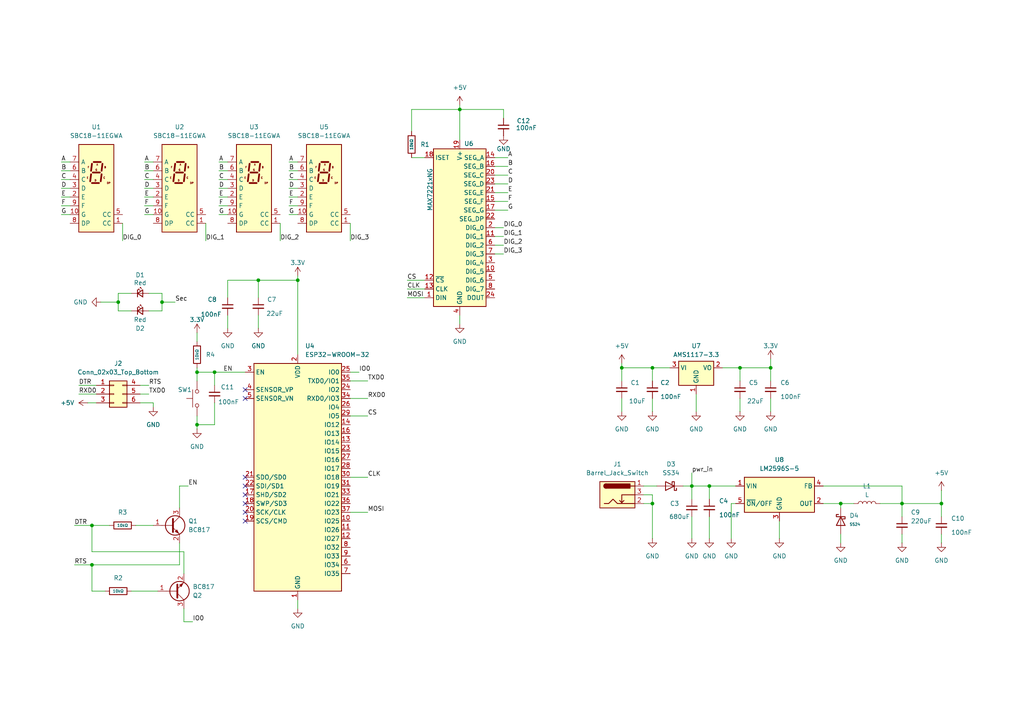
<source format=kicad_sch>
(kicad_sch (version 20250114) (generator "eeschema") (generator_version "9.0")
  (paper "A4")
  (lib_symbols
    (symbol "Connector:Barrel_Jack_Switch" (pin_names (hide yes))
      (property "Reference" "J" (at 0 5.334 0))
      (property "Value" "Barrel_Jack_Switch" (at 0 -5.08 0))
      (symbol "Barrel_Jack_Switch_1_1"
        (pin passive line (at 7.62 2.54 180) (length 2.54) (name "~") (number "1"))
        (pin passive line (at 7.62 0 180) (length 2.54) (name "~") (number "3"))
        (pin passive line (at 7.62 -2.54 180) (length 2.54) (name "~") (number "2"))
      )
    )
    (symbol "Connector_Generic:Conn_02x03_Top_Bottom" (pin_names (offset 1.016) (hide yes))
      (property "Reference" "J" (at 1.27 5.08 0))
      (property "Value" "Conn_02x03_Top_Bottom" (at 1.27 -5.08 0))
      (symbol "Conn_02x03_Top_Bottom_1_1"
        (pin passive line (at -5.08 2.54 0) (length 3.81) (name "Pin_1") (number "1"))
        (pin passive line (at -5.08 0 0) (length 3.81) (name "Pin_2") (number "2"))
        (pin passive line (at -5.08 -2.54 0) (length 3.81) (name "Pin_3") (number "3"))
        (pin passive line (at 7.62 2.54 180) (length 3.81) (name "Pin_4") (number "4"))
        (pin passive line (at 7.62 0 180) (length 3.81) (name "Pin_5") (number "5"))
        (pin passive line (at 7.62 -2.54 180) (length 3.81) (name "Pin_6") (number "6"))
      )
    )
    (symbol "Device:L" (pin_numbers (hide yes)) (pin_names (offset 1.016) (hide yes))
      (property "Reference" "L" (at -1.27 0 90))
      (property "Value" "L" (at 1.905 0 90))
      (symbol "L_1_1"
        (pin passive line (at 0 3.81 270) (length 1.27) (name "1") (number "1"))
        (pin passive line (at 0 -3.81 90) (length 1.27) (name "2") (number "2"))
      )
    )
    (symbol "Diode:SS34" (pin_numbers (hide yes)) (pin_names (offset 1.016) (hide yes))
      (property "Reference" "D" (at 0 2.54 0))
      (property "Value" "SS34" (at 0 -2.54 0))
      (symbol "SS34_1_1"
        (pin passive line (at -3.81 0 0) (length 2.54) (name "K") (number "1"))
        (pin passive line (at 3.81 0 180) (length 2.54) (name "A") (number "2"))
      )
    )
    (symbol "Display_Character:SBC18-11EGWA" (pin_names (offset 0.635))
      (property "Reference" "U" (at -2.54 13.97 0))
      (property "Value" "SBC18-11EGWA" (at -4.826 -14.224 0))
      (symbol "SBC18-11EGWA_0_0"
        (text "E" (at -2.54 3.048 0) (effects (font (size 0.508 0.508))))
        (text "F" (at -2.286 6.096 0) (effects (font (size 0.508 0.508))))
        (text "D" (at -0.254 2.286 0) (effects (font (size 0.508 0.508))))
        (text "G" (at 0 5.334 0) (effects (font (size 0.508 0.508))))
        (text "A" (at 0.254 6.858 0) (effects (font (size 0.508 0.508))))
        (text "C" (at 2.286 3.048 0) (effects (font (size 0.508 0.508))))
        (text "B" (at 2.54 6.096 0) (effects (font (size 0.508 0.508))))
        (text "DP" (at 3.556 1.524 0) (effects (font (size 0.508 0.508))))
      )
      (symbol "SBC18-11EGWA_1_1"
        (pin input line (at -7.62 7.62 0) (length 2.54) (name "A") (number "7"))
        (pin input line (at -7.62 5.08 0) (length 2.54) (name "B") (number "6"))
        (pin input line (at -7.62 2.54 0) (length 2.54) (name "C") (number "4"))
        (pin input line (at -7.62 0 0) (length 2.54) (name "D") (number "3"))
        (pin input line (at -7.62 -2.54 0) (length 2.54) (name "E") (number "2"))
        (pin input line (at -7.62 -5.08 0) (length 2.54) (name "F") (number "9"))
        (pin input line (at -7.62 -7.62 0) (length 2.54) (name "G") (number "10"))
        (pin input line (at -7.62 -10.16 0) (length 2.54) (name "DP") (number "8"))
        (pin input line (at 7.62 -7.62 180) (length 2.54) (name "CC") (number "5"))
        (pin input line (at 7.62 -10.16 180) (length 2.54) (name "CC") (number "1"))
      )
    )
    (symbol "Driver_LED:MAX7221xNG"
      (property "Reference" "U" (at -6.35 24.13 0))
      (property "Value" "MAX7221xNG" (at 1.27 25.4 0))
      (symbol "MAX7221xNG_1_1"
        (pin input line (at -10.16 20.32 0) (length 2.54) (name "ISET") (number "18"))
        (pin input line (at -10.16 -15.24 0) (length 2.54) (name "~{CS}") (number "12"))
        (pin input line (at -10.16 -17.78 0) (length 2.54) (name "CLK") (number "13"))
        (pin input line (at -10.16 -20.32 0) (length 2.54) (name "DIN") (number "1"))
        (pin power_in line (at 0 25.4 270) (length 2.54) (name "V+") (number "19"))
        (pin power_in line (at 0 -25.4 90) (length 2.54) (name "GND") (number "4"))
        (pin passive line (at 0 -25.4 90) (length 2.54) (hide yes) (name "GND") (number "9"))
        (pin open_emitter line (at 10.16 20.32 180) (length 2.54) (name "SEG_A") (number "14"))
        (pin open_emitter line (at 10.16 17.78 180) (length 2.54) (name "SEG_B") (number "16"))
        (pin open_emitter line (at 10.16 15.24 180) (length 2.54) (name "SEG_C") (number "20"))
        (pin open_emitter line (at 10.16 12.7 180) (length 2.54) (name "SEG_D") (number "23"))
        (pin open_emitter line (at 10.16 10.16 180) (length 2.54) (name "SEG_E") (number "21"))
        (pin open_emitter line (at 10.16 7.62 180) (length 2.54) (name "SEG_F") (number "15"))
        (pin open_emitter line (at 10.16 5.08 180) (length 2.54) (name "SEG_G") (number "17"))
        (pin open_emitter line (at 10.16 2.54 180) (length 2.54) (name "SEG_DP") (number "22"))
        (pin open_collector line (at 10.16 0 180) (length 2.54) (name "DIG_0") (number "2"))
        (pin open_collector line (at 10.16 -2.54 180) (length 2.54) (name "DIG_1") (number "11"))
        (pin open_collector line (at 10.16 -5.08 180) (length 2.54) (name "DIG_2") (number "6"))
        (pin open_collector line (at 10.16 -7.62 180) (length 2.54) (name "DIG_3") (number "7"))
        (pin open_collector line (at 10.16 -10.16 180) (length 2.54) (name "DIG_4") (number "3"))
        (pin open_collector line (at 10.16 -12.7 180) (length 2.54) (name "DIG_5") (number "10"))
        (pin open_collector line (at 10.16 -15.24 180) (length 2.54) (name "DIG_6") (number "5"))
        (pin open_collector line (at 10.16 -17.78 180) (length 2.54) (name "DIG_7") (number "8"))
        (pin output line (at 10.16 -20.32 180) (length 2.54) (name "DOUT") (number "24"))
      )
    )
    (symbol "PCM_JLCPCB-Diodes:Schottky,SS24" (pin_numbers (hide yes)) (pin_names (offset 0))
      (property "Reference" "D" (at 2.032 0.834 0))
      (property "Value" "SS24" (at 2.032 -1.2122 0))
      (symbol "Schottky,SS24_1_1"
        (pin passive line (at 0 3.81 270) (length 3.81) (name "~") (number "2"))
        (pin passive line (at 0 -3.81 90) (length 3.81) (name "~") (number "1"))
      )
    )
    (symbol "PCM_JLCPCB-Resistors:0805,10kΩ" (pin_numbers (hide yes)) (pin_names (offset 0))
      (property "Reference" "R" (at 1.778 0 0))
      (property "Value" "10kΩ" (at 0 0 90))
      (symbol "0805,10kΩ_1_1"
        (pin passive line (at 0 3.81 270) (length 1.27) (name "~") (number "1"))
        (pin passive line (at 0 -3.81 90) (length 1.27) (name "~") (number "2"))
      )
    )
    (symbol "RF_Module:ESP32-WROOM-32"
      (property "Reference" "U" (at -12.7 34.29 0))
      (property "Value" "ESP32-WROOM-32" (at 1.27 34.29 0))
      (symbol "ESP32-WROOM-32_1_1"
        (pin input line (at -15.24 30.48 0) (length 2.54) (name "EN") (number "3"))
        (pin input line (at -15.24 25.4 0) (length 2.54) (name "SENSOR_VP") (number "4"))
        (pin input line (at -15.24 22.86 0) (length 2.54) (name "SENSOR_VN") (number "5"))
        (pin bidirectional line (at -15.24 0 0) (length 2.54) (name "SDO/SD0") (number "21"))
        (pin bidirectional line (at -15.24 -2.54 0) (length 2.54) (name "SDI/SD1") (number "22"))
        (pin bidirectional line (at -15.24 -5.08 0) (length 2.54) (name "SHD/SD2") (number "17"))
        (pin bidirectional line (at -15.24 -7.62 0) (length 2.54) (name "SWP/SD3") (number "18"))
        (pin bidirectional line (at -15.24 -10.16 0) (length 2.54) (name "SCK/CLK") (number "20"))
        (pin bidirectional line (at -15.24 -12.7 0) (length 2.54) (name "SCS/CMD") (number "19"))
        (pin no_connect line (at -12.7 -27.94 0) (length 2.54) (hide yes) (name "NC") (number "32"))
        (pin power_in line (at 0 35.56 270) (length 2.54) (name "VDD") (number "2"))
        (pin power_in line (at 0 -35.56 90) (length 2.54) (name "GND") (number "1"))
        (pin passive line (at 0 -35.56 90) (length 2.54) (hide yes) (name "GND") (number "15"))
        (pin passive line (at 0 -35.56 90) (length 2.54) (hide yes) (name "GND") (number "38"))
        (pin passive line (at 0 -35.56 90) (length 2.54) (hide yes) (name "GND") (number "39"))
        (pin bidirectional line (at 15.24 30.48 180) (length 2.54) (name "IO0") (number "25"))
        (pin bidirectional line (at 15.24 27.94 180) (length 2.54) (name "TXD0/IO1") (number "35"))
        (pin bidirectional line (at 15.24 25.4 180) (length 2.54) (name "IO2") (number "24"))
        (pin bidirectional line (at 15.24 22.86 180) (length 2.54) (name "RXD0/IO3") (number "34"))
        (pin bidirectional line (at 15.24 20.32 180) (length 2.54) (name "IO4") (number "26"))
        (pin bidirectional line (at 15.24 17.78 180) (length 2.54) (name "IO5") (number "29"))
        (pin bidirectional line (at 15.24 15.24 180) (length 2.54) (name "IO12") (number "14"))
        (pin bidirectional line (at 15.24 12.7 180) (length 2.54) (name "IO13") (number "16"))
        (pin bidirectional line (at 15.24 10.16 180) (length 2.54) (name "IO14") (number "13"))
        (pin bidirectional line (at 15.24 7.62 180) (length 2.54) (name "IO15") (number "23"))
        (pin bidirectional line (at 15.24 5.08 180) (length 2.54) (name "IO16") (number "27"))
        (pin bidirectional line (at 15.24 2.54 180) (length 2.54) (name "IO17") (number "28"))
        (pin bidirectional line (at 15.24 0 180) (length 2.54) (name "IO18") (number "30"))
        (pin bidirectional line (at 15.24 -2.54 180) (length 2.54) (name "IO19") (number "31"))
        (pin bidirectional line (at 15.24 -5.08 180) (length 2.54) (name "IO21") (number "33"))
        (pin bidirectional line (at 15.24 -7.62 180) (length 2.54) (name "IO22") (number "36"))
        (pin bidirectional line (at 15.24 -10.16 180) (length 2.54) (name "IO23") (number "37"))
        (pin bidirectional line (at 15.24 -12.7 180) (length 2.54) (name "IO25") (number "10"))
        (pin bidirectional line (at 15.24 -15.24 180) (length 2.54) (name "IO26") (number "11"))
        (pin bidirectional line (at 15.24 -17.78 180) (length 2.54) (name "IO27") (number "12"))
        (pin bidirectional line (at 15.24 -20.32 180) (length 2.54) (name "IO32") (number "8"))
        (pin bidirectional line (at 15.24 -22.86 180) (length 2.54) (name "IO33") (number "9"))
        (pin input line (at 15.24 -25.4 180) (length 2.54) (name "IO34") (number "6"))
        (pin input line (at 15.24 -27.94 180) (length 2.54) (name "IO35") (number "7"))
      )
    )
    (symbol "Regulator_Linear:AMS1117-3.3"
      (property "Reference" "U" (at -3.81 3.175 0))
      (property "Value" "AMS1117-3.3" (at 0 3.175 0))
      (symbol "AMS1117-3.3_1_1"
        (pin power_in line (at -7.62 0 0) (length 2.54) (name "VI") (number "3"))
        (pin power_in line (at 0 -7.62 90) (length 2.54) (name "GND") (number "1"))
        (pin power_out line (at 7.62 0 180) (length 2.54) (name "VO") (number "2"))
      )
    )
    (symbol "Regulator_Switching:LM2596S-5"
      (property "Reference" "U" (at -10.16 6.35 0))
      (property "Value" "LM2596S-5" (at 0 6.35 0))
      (symbol "LM2596S-5_1_1"
        (pin power_in line (at -12.7 2.54 0) (length 2.54) (name "VIN") (number "1"))
        (pin input line (at -12.7 -2.54 0) (length 2.54) (name "~{ON}/OFF") (number "5"))
        (pin power_in line (at 0 -7.62 90) (length 2.54) (name "GND") (number "3"))
        (pin input line (at 12.7 2.54 180) (length 2.54) (name "FB") (number "4"))
        (pin output line (at 12.7 -2.54 180) (length 2.54) (name "OUT") (number "2"))
      )
    )
    (symbol "SparkFun-Capacitor:C" (pin_numbers (hide yes)) (pin_names (offset 0.254))
      (property "Reference" "C" (at 0.635 2.54 0))
      (property "Value" "C" (at 0.635 -2.54 0))
      (property "Voltage" "1kV" (at 0 -6.35 0))
      (property "Tolerance" "100%" (at 0 -8.89 0))
      (symbol "C_1_1"
        (pin passive line (at 0 2.54 270) (length 2.032) (name "~") (number "1"))
        (pin passive line (at 0 -2.54 90) (length 2.032) (name "~") (number "2"))
      )
    )
    (symbol "SparkFun-LED:LED_Red_0603" (pin_numbers (hide yes)) (pin_names (offset 1.016) (hide yes))
      (property "Reference" "D" (at 0 2.54 0))
      (property "Value" "Red" (at 0 -2.54 0))
      (symbol "LED_Red_0603_1_1"
        (pin passive line (at -2.54 0 0) (length 1.778) (name "K") (number "1"))
        (pin passive line (at 2.54 0 180) (length 1.778) (name "A") (number "2"))
      )
    )
    (symbol "SparkFun-PowerSymbol:3.3V" (power) (pin_names (offset 0))
      (property "Value" "3.3V" (at 0 3.81 0))
      (symbol "3.3V_1_1"
        (pin power_in line (at 0 0 90) (length 0) (hide yes) (name "3.3V") (number "1"))
      )
    )
    (symbol "SparkFun-Switch:SPST_Push_PTH_RA_h7.5mm" (pin_numbers (hide yes)) (pin_names (offset 0) (hide yes))
      (property "Reference" "SW" (at 0 5.08 0))
      (property "Value" "PTH_RA_h7.5mm" (at 0 -2.54 0))
      (symbol "SPST_Push_PTH_RA_h7.5mm_1_1"
        (pin passive line (at -5.08 2.54 0) (length 2.54) (hide yes) (name "M1") (number "M1"))
        (pin passive line (at -5.08 0 0) (length 2.54) (name "1") (number "1"))
        (pin passive line (at 5.08 2.54 180) (length 2.54) (hide yes) (name "M2") (number "M2"))
        (pin passive line (at 5.08 0 180) (length 2.54) (name "2") (number "2"))
      )
    )
    (symbol "Transistor_BJT:BC817" (pin_names (offset 0) (hide yes))
      (property "Reference" "Q" (at 5.08 1.905 0))
      (property "Value" "BC817" (at 5.08 0 0))
      (symbol "BC817_1_1"
        (pin input line (at -5.08 0 0) (length 2.54) (name "B") (number "1"))
        (pin passive line (at 2.54 5.08 270) (length 2.54) (name "C") (number "3"))
        (pin passive line (at 2.54 -5.08 90) (length 2.54) (name "E") (number "2"))
      )
    )
    (symbol "power:+5V" (power) (pin_numbers (hide yes)) (pin_names (offset 0) (hide yes))
      (property "Value" "+5V" (at 0 3.556 0))
      (symbol "+5V_1_1"
        (pin power_in line (at 0 0 90) (length 0) (name "~") (number "1"))
      )
    )
    (symbol "power:GND" (power) (pin_numbers (hide yes)) (pin_names (offset 0) (hide yes))
      (property "Value" "GND" (at 0 -3.81 0))
      (symbol "GND_1_1"
        (pin power_in line (at 0 0 270) (length 0) (name "~") (number "1"))
      )
    )
  )
  (junction (at 223.52 106.68))
  (junction (at 86.36 81.28))
  (junction (at 205.74 140.97))
  (junction (at 189.23 146.05))
  (junction (at 214.63 106.68))
  (junction (at 273.05 146.05))
  (junction (at 189.23 106.68))
  (junction (at 200.66 140.97))
  (junction (at 57.15 107.95))
  (junction (at 62.23 107.95))
  (junction (at 261.62 146.05))
  (junction (at 243.84 146.05))
  (junction (at 74.93 81.28))
  (junction (at 46.99 87.63))
  (junction (at 133.35 31.75))
  (junction (at 57.15 123.19))
  (junction (at 26.67 163.83))
  (junction (at 34.29 87.63))
  (junction (at 180.34 106.68))
  (junction (at 26.67 152.4))
  (no_connect (at 71.12 146.05))
  (no_connect (at 71.12 151.13))
  (no_connect (at 71.12 140.97))
  (no_connect (at 71.12 115.57))
  (no_connect (at 71.12 143.51))
  (no_connect (at 71.12 138.43))
  (no_connect (at 71.12 148.59))
  (no_connect (at 71.12 113.03))
  (wire (pts (xy 26.67 160.02) (xy 53.34 160.02)))
  (wire (pts (xy 21.59 152.4) (xy 26.67 152.4)))
  (wire (pts (xy 143.51 66.04) (xy 146.05 66.04)))
  (wire (pts (xy 198.12 140.97) (xy 200.66 140.97)))
  (wire (pts (xy 261.62 146.05) (xy 273.05 146.05)))
  (wire (pts (xy 53.34 180.34) (xy 55.88 180.34)))
  (wire (pts (xy 243.84 154.94) (xy 243.84 157.48)))
  (wire (pts (xy 209.55 106.68) (xy 214.63 106.68)))
  (wire (pts (xy 273.05 142.24) (xy 273.05 146.05)))
  (wire (pts (xy 83.82 46.99) (xy 86.36 46.99)))
  (wire (pts (xy 143.51 45.72) (xy 147.32 45.72)))
  (wire (pts (xy 74.93 91.44) (xy 74.93 95.25)))
  (wire (pts (xy 83.82 59.69) (xy 86.36 59.69)))
  (wire (pts (xy 83.82 49.53) (xy 86.36 49.53)))
  (wire (pts (xy 53.34 160.02) (xy 53.34 166.37)))
  (wire (pts (xy 59.69 64.77) (xy 59.69 69.85)))
  (wire (pts (xy 44.45 116.84) (xy 40.64 116.84)))
  (wire (pts (xy 21.59 163.83) (xy 26.67 163.83)))
  (wire (pts (xy 205.74 140.97) (xy 205.74 144.78)))
  (wire (pts (xy 62.23 116.84) (xy 62.23 123.19)))
  (wire (pts (xy 46.99 85.09) (xy 46.99 87.63)))
  (wire (pts (xy 26.67 163.83) (xy 52.07 163.83)))
  (wire (pts (xy 63.5 54.61) (xy 66.04 54.61)))
  (wire (pts (xy 57.15 123.19) (xy 62.23 123.19)))
  (wire (pts (xy 189.23 146.05) (xy 189.23 156.21)))
  (wire (pts (xy 41.91 49.53) (xy 44.45 49.53)))
  (wire (pts (xy 66.04 86.36) (xy 66.04 81.28)))
  (wire (pts (xy 17.78 46.99) (xy 20.32 46.99)))
  (wire (pts (xy 30.48 171.45) (xy 26.67 171.45)))
  (wire (pts (xy 143.51 50.8) (xy 147.32 50.8)))
  (wire (pts (xy 194.31 106.68) (xy 189.23 106.68)))
  (wire (pts (xy 238.76 140.97) (xy 261.62 140.97)))
  (wire (pts (xy 200.66 137.16) (xy 200.66 140.97)))
  (wire (pts (xy 201.93 114.3) (xy 201.93 119.38)))
  (wire (pts (xy 223.52 110.49) (xy 223.52 106.68)))
  (wire (pts (xy 35.56 64.77) (xy 35.56 69.85)))
  (wire (pts (xy 17.78 52.07) (xy 20.32 52.07)))
  (wire (pts (xy 34.29 87.63) (xy 34.29 90.17)))
  (wire (pts (xy 261.62 146.05) (xy 261.62 149.86)))
  (wire (pts (xy 143.51 71.12) (xy 146.05 71.12)))
  (wire (pts (xy 63.5 59.69) (xy 66.04 59.69)))
  (wire (pts (xy 57.15 120.65) (xy 57.15 123.19)))
  (wire (pts (xy 205.74 149.86) (xy 205.74 156.21)))
  (wire (pts (xy 46.99 87.63) (xy 50.8 87.63)))
  (wire (pts (xy 186.69 140.97) (xy 190.5 140.97)))
  (wire (pts (xy 273.05 154.94) (xy 273.05 157.48)))
  (wire (pts (xy 63.5 52.07) (xy 66.04 52.07)))
  (wire (pts (xy 52.07 147.32) (xy 52.07 140.97)))
  (wire (pts (xy 17.78 57.15) (xy 20.32 57.15)))
  (wire (pts (xy 66.04 81.28) (xy 74.93 81.28)))
  (wire (pts (xy 62.23 107.95) (xy 71.12 107.95)))
  (wire (pts (xy 86.36 173.99) (xy 86.36 176.53)))
  (wire (pts (xy 57.15 107.95) (xy 62.23 107.95)))
  (wire (pts (xy 214.63 106.68) (xy 223.52 106.68)))
  (wire (pts (xy 261.62 140.97) (xy 261.62 146.05)))
  (wire (pts (xy 101.6 120.65) (xy 106.68 120.65)))
  (wire (pts (xy 22.86 114.3) (xy 27.94 114.3)))
  (wire (pts (xy 57.15 107.95) (xy 57.15 110.49)))
  (wire (pts (xy 143.51 73.66) (xy 146.05 73.66)))
  (wire (pts (xy 200.66 140.97) (xy 205.74 140.97)))
  (wire (pts (xy 57.15 123.19) (xy 57.15 124.46)))
  (wire (pts (xy 34.29 85.09) (xy 34.29 87.63)))
  (wire (pts (xy 17.78 62.23) (xy 20.32 62.23)))
  (wire (pts (xy 186.69 146.05) (xy 189.23 146.05)))
  (wire (pts (xy 26.67 152.4) (xy 26.67 160.02)))
  (wire (pts (xy 25.4 116.84) (xy 27.94 116.84)))
  (wire (pts (xy 41.91 62.23) (xy 44.45 62.23)))
  (wire (pts (xy 63.5 46.99) (xy 66.04 46.99)))
  (wire (pts (xy 62.23 107.95) (xy 62.23 111.76)))
  (wire (pts (xy 57.15 106.68) (xy 57.15 107.95)))
  (wire (pts (xy 66.04 91.44) (xy 66.04 95.25)))
  (wire (pts (xy 133.35 31.75) (xy 119.38 31.75)))
  (wire (pts (xy 17.78 54.61) (xy 20.32 54.61)))
  (wire (pts (xy 86.36 81.28) (xy 86.36 102.87)))
  (wire (pts (xy 17.78 49.53) (xy 20.32 49.53)))
  (wire (pts (xy 133.35 31.75) (xy 146.05 31.75)))
  (wire (pts (xy 214.63 110.49) (xy 214.63 106.68)))
  (wire (pts (xy 41.91 54.61) (xy 44.45 54.61)))
  (wire (pts (xy 118.11 83.82) (xy 123.19 83.82)))
  (wire (pts (xy 46.99 87.63) (xy 46.99 90.17)))
  (wire (pts (xy 22.86 111.76) (xy 27.94 111.76)))
  (wire (pts (xy 143.51 53.34) (xy 147.32 53.34)))
  (wire (pts (xy 34.29 90.17) (xy 38.1 90.17)))
  (wire (pts (xy 74.93 81.28) (xy 86.36 81.28)))
  (wire (pts (xy 101.6 64.77) (xy 101.6 69.85)))
  (wire (pts (xy 189.23 115.57) (xy 189.23 119.38)))
  (wire (pts (xy 86.36 80.01) (xy 86.36 81.28)))
  (wire (pts (xy 273.05 146.05) (xy 273.05 149.86)))
  (wire (pts (xy 101.6 148.59) (xy 106.68 148.59)))
  (wire (pts (xy 226.06 151.13) (xy 226.06 156.21)))
  (wire (pts (xy 118.11 81.28) (xy 123.19 81.28)))
  (wire (pts (xy 40.64 114.3) (xy 43.18 114.3)))
  (wire (pts (xy 143.51 68.58) (xy 146.05 68.58)))
  (wire (pts (xy 119.38 31.75) (xy 119.38 38.1)))
  (wire (pts (xy 180.34 105.41) (xy 180.34 106.68)))
  (wire (pts (xy 38.1 85.09) (xy 34.29 85.09)))
  (wire (pts (xy 43.18 90.17) (xy 46.99 90.17)))
  (wire (pts (xy 83.82 54.61) (xy 86.36 54.61)))
  (wire (pts (xy 52.07 140.97) (xy 54.61 140.97)))
  (wire (pts (xy 63.5 62.23) (xy 66.04 62.23)))
  (wire (pts (xy 143.51 58.42) (xy 147.32 58.42)))
  (wire (pts (xy 214.63 115.57) (xy 214.63 119.38)))
  (wire (pts (xy 189.23 106.68) (xy 189.23 110.49)))
  (wire (pts (xy 238.76 146.05) (xy 243.84 146.05)))
  (wire (pts (xy 243.84 146.05) (xy 247.65 146.05)))
  (wire (pts (xy 243.84 147.32) (xy 243.84 146.05)))
  (wire (pts (xy 44.45 118.11) (xy 44.45 116.84)))
  (wire (pts (xy 17.78 59.69) (xy 20.32 59.69)))
  (wire (pts (xy 143.51 60.96) (xy 147.32 60.96)))
  (wire (pts (xy 255.27 146.05) (xy 261.62 146.05)))
  (wire (pts (xy 57.15 96.52) (xy 57.15 99.06)))
  (wire (pts (xy 118.11 86.36) (xy 123.19 86.36)))
  (wire (pts (xy 200.66 149.86) (xy 200.66 156.21)))
  (wire (pts (xy 39.37 152.4) (xy 44.45 152.4)))
  (wire (pts (xy 180.34 115.57) (xy 180.34 119.38)))
  (wire (pts (xy 29.21 87.63) (xy 34.29 87.63)))
  (wire (pts (xy 223.52 115.57) (xy 223.52 119.38)))
  (wire (pts (xy 119.38 45.72) (xy 123.19 45.72)))
  (wire (pts (xy 63.5 57.15) (xy 66.04 57.15)))
  (wire (pts (xy 212.09 146.05) (xy 213.36 146.05)))
  (wire (pts (xy 26.67 171.45) (xy 26.67 163.83)))
  (wire (pts (xy 63.5 49.53) (xy 66.04 49.53)))
  (wire (pts (xy 133.35 30.48) (xy 133.35 31.75)))
  (wire (pts (xy 189.23 143.51) (xy 189.23 146.05)))
  (wire (pts (xy 81.28 64.77) (xy 81.28 69.85)))
  (wire (pts (xy 52.07 163.83) (xy 52.07 157.48)))
  (wire (pts (xy 223.52 104.14) (xy 223.52 106.68)))
  (wire (pts (xy 101.6 110.49) (xy 106.68 110.49)))
  (wire (pts (xy 101.6 115.57) (xy 106.68 115.57)))
  (wire (pts (xy 261.62 154.94) (xy 261.62 157.48)))
  (wire (pts (xy 143.51 55.88) (xy 147.32 55.88)))
  (wire (pts (xy 186.69 143.51) (xy 189.23 143.51)))
  (wire (pts (xy 200.66 144.78) (xy 200.66 140.97)))
  (wire (pts (xy 74.93 86.36) (xy 74.93 81.28)))
  (wire (pts (xy 189.23 106.68) (xy 180.34 106.68)))
  (wire (pts (xy 31.75 152.4) (xy 26.67 152.4)))
  (wire (pts (xy 133.35 91.44) (xy 133.35 93.98)))
  (wire (pts (xy 83.82 62.23) (xy 86.36 62.23)))
  (wire (pts (xy 53.34 176.53) (xy 53.34 180.34)))
  (wire (pts (xy 43.18 85.09) (xy 46.99 85.09)))
  (wire (pts (xy 146.05 34.29) (xy 146.05 31.75)))
  (wire (pts (xy 133.35 31.75) (xy 133.35 40.64)))
  (wire (pts (xy 143.51 48.26) (xy 147.32 48.26)))
  (wire (pts (xy 83.82 57.15) (xy 86.36 57.15)))
  (wire (pts (xy 101.6 107.95) (xy 104.14 107.95)))
  (wire (pts (xy 41.91 59.69) (xy 44.45 59.69)))
  (wire (pts (xy 205.74 140.97) (xy 213.36 140.97)))
  (wire (pts (xy 41.91 52.07) (xy 44.45 52.07)))
  (wire (pts (xy 40.64 111.76) (xy 43.18 111.76)))
  (wire (pts (xy 41.91 57.15) (xy 44.45 57.15)))
  (wire (pts (xy 83.82 52.07) (xy 86.36 52.07)))
  (wire (pts (xy 212.09 156.21) (xy 212.09 146.05)))
  (wire (pts (xy 41.91 46.99) (xy 44.45 46.99)))
  (wire (pts (xy 180.34 106.68) (xy 180.34 110.49)))
  (wire (pts (xy 38.1 171.45) (xy 45.72 171.45)))
  (wire (pts (xy 101.6 138.43) (xy 106.68 138.43)))
  (label "DIG_3" (at 101.6 69.85 0))
  (label "D" (at 83.82 54.61 0))
  (label "DIG_0" (at 146.05 66.04 0))
  (label "RTS" (at 43.18 111.76 0))
  (label "F" (at 83.82 59.69 0))
  (label "MOSI" (at 118.11 86.36 0))
  (label "C" (at 41.91 52.07 0))
  (label "D" (at 63.5 54.61 0))
  (label "E" (at 83.82 57.15 0))
  (label "CLK" (at 106.68 138.43 0))
  (label "D" (at 147.32 53.34 0))
  (label "IO0" (at 104.14 107.95 0))
  (label "B" (at 147.32 48.26 0))
  (label "F" (at 17.78 59.69 0))
  (label "DTR" (at 21.59 152.4 0))
  (label "CS" (at 118.11 81.28 0))
  (label "TXD0" (at 43.18 114.3 0))
  (label "DIG_3" (at 146.05 73.66 0))
  (label "G" (at 147.32 60.96 0))
  (label "G" (at 63.5 62.23 0))
  (label "MOSI" (at 106.68 148.59 0))
  (label "A" (at 147.32 45.72 0))
  (label "DIG_2" (at 81.28 69.85 0))
  (label "DIG_1" (at 59.69 69.85 0))
  (label "G" (at 41.91 62.23 0))
  (label "D" (at 17.78 54.61 0))
  (label "CS" (at 106.68 120.65 0))
  (label "G" (at 83.82 62.23 0))
  (label "TXD0" (at 106.68 110.49 0))
  (label "C" (at 63.5 52.07 0))
  (label "RTS" (at 21.59 163.83 0))
  (label "DIG_0" (at 35.56 69.85 0))
  (label "E" (at 63.5 57.15 0))
  (label "C" (at 147.32 50.8 0))
  (label "C" (at 83.82 52.07 0))
  (label "RXD0" (at 22.86 114.3 0))
  (label "DIG_2" (at 146.05 71.12 0))
  (label "CLK" (at 118.11 83.82 0))
  (label "pwr_in" (at 200.66 137.16 0))
  (label "E" (at 17.78 57.15 0))
  (label "F" (at 63.5 59.69 0))
  (label "RXD0" (at 106.68 115.57 0))
  (label "F" (at 147.32 58.42 0))
  (label "EN" (at 54.61 140.97 0))
  (label "G" (at 17.78 62.23 0))
  (label "C" (at 17.78 52.07 0))
  (label "B" (at 83.82 49.53 0))
  (label "B" (at 17.78 49.53 0))
  (label "B" (at 41.91 49.53 0))
  (label "E" (at 147.32 55.88 0))
  (label "DIG_1" (at 146.05 68.58 0))
  (label "DTR" (at 22.86 111.76 0))
  (label "IO0" (at 55.88 180.34 0))
  (label "A" (at 17.78 46.99 0))
  (label "A" (at 83.82 46.99 0))
  (label "B" (at 63.5 49.53 0))
  (label "D" (at 41.91 54.61 0))
  (label "E" (at 41.91 57.15 0))
  (label "EN" (at 64.77 107.95 0))
  (label "F" (at 41.91 59.69 0))
  (label "A" (at 41.91 46.99 0))
  (label "Sec" (at 50.8 87.63 0))
  (label "A" (at 63.5 46.99 0))
  (symbol (lib_id "PCM_JLCPCB-Resistors:0805,10kΩ") (at 119.38 41.91 180) (unit 1)
    (property "Reference" "R1" (at 121.92 41.9099 0) (effects (justify right)))
    (property "Value" "10kΩ" (at 119.38 41.91 90) (effects (font (size 0.8 0.8))))
    (property "Footprint" "PCM_JLCPCB:R_0805" (effects (hide yes)))
    (property "Datasheet" "https://www.lcsc.com/datasheet/lcsc_datasheet_2411221126_UNI-ROYAL-Uniroyal-Elec-0805W8F1002T5E_C17414.pdf" (effects (hide yes)))
    (property "Description" "125mW Thick Film Resistors 150V ±100ppm/°C ±1% 10kΩ 0805 Chip Resistor - Surface Mount ROHS" (effects (hide yes)))
    (property "LCSC" "C17414" (effects (hide yes)))
    (property "Stock" "22758958" (effects (hide yes)))
    (property "Price" "0.005USD" (effects (hide yes)))
    (property "Process" "SMT" (effects (hide yes)))
    (property "Minimum Qty" "20" (effects (hide yes)))
    (property "Attrition Qty" "10" (effects (hide yes)))
    (property "Class" "Basic Component" (effects (hide yes)))
    (property "Category" "Resistors,Chip Resistor - Surface Mount" (effects (hide yes)))
    (property "Manufacturer" "UNI-ROYAL(Uniroyal Elec)" (effects (hide yes)))
    (property "Part" "0805W8F1002T5E" (effects (hide yes)))
    (property "Resistance" "10kΩ" (effects (hide yes)))
    (property "Power(Watts)" "125mW" (effects (hide yes)))
    (property "Type" "Thick Film Resistors" (effects (hide yes)))
    (property "Overload Voltage (Max)" "150V" (effects (hide yes)))
    (property "Operating Temperature Range" "-55°C~+155°C" (effects (hide yes)))
    (property "Tolerance" "±1%" (effects (hide yes)))
    (property "Temperature Coefficient" "±100ppm/°C" (effects (hide yes)))
  )
  (symbol (lib_id "Diode:SS34") (at 194.31 140.97 180) (unit 1)
    (property "Reference" "D3" (at 194.6275 134.62 0))
    (property "Value" "SS34" (at 194.6275 137.16 0))
    (property "Footprint" "Diode_SMD:D_SMA" (effects (hide yes)))
    (property "Datasheet" "https://www.vishay.com/docs/88751/ss32.pdf" (effects (hide yes)))
    (property "Description" "40V 3A Schottky Diode, SMA" (effects (hide yes)))
  )
  (symbol (lib_id "power:GND") (at 29.21 87.63 270) (unit 1)
    (property "Reference" "#PWR01" (effects (hide yes)))
    (property "Value" "GND" (at 25.4 87.6299 90) (effects (justify right)))
    (property "Description" "Power symbol creates a global label with name \"GND\" , ground" (effects (hide yes)))
  )
  (symbol (lib_id "power:GND") (at 205.74 156.21 0) (unit 1)
    (property "Reference" "#PWR010" (effects (hide yes)))
    (property "Value" "GND" (at 205.74 161.29 0))
    (property "Description" "Power symbol creates a global label with name \"GND\" , ground" (effects (hide yes)))
  )
  (symbol (lib_id "power:GND") (at 86.36 176.53 0) (unit 1)
    (property "Reference" "#PWR024" (effects (hide yes)))
    (property "Value" "GND" (at 86.36 181.61 0))
    (property "Description" "Power symbol creates a global label with name \"GND\" , ground" (effects (hide yes)))
  )
  (symbol (lib_id "power:+5V") (at 273.05 142.24 0) (unit 1)
    (property "Reference" "#PWR021" (effects (hide yes)))
    (property "Value" "+5V" (at 273.05 137.16 0))
    (property "Description" "Power symbol creates a global label with name \"+5V\"" (effects (hide yes)))
  )
  (symbol (lib_id "Display_Character:SBC18-11EGWA") (at 52.07 54.61 0) (unit 1)
    (property "Reference" "U2" (at 52.07 36.83 0))
    (property "Value" "SBC18-11EGWA" (at 52.07 39.37 0))
    (property "Footprint" "Display_7Segment:SBC18-11SURKCGKWA" (effects (hide yes)))
    (property "Datasheet" "http://www.kingbrightusa.com/images/catalog/SPEC/SBC18-11EGWA.pdf" (effects (hide yes)))
    (property "Description" "Single digit 7 segment hyper red and green LED display, common cathode" (effects (hide yes)))
  )
  (symbol (lib_id "RF_Module:ESP32-WROOM-32") (at 86.36 138.43 0) (unit 1)
    (property "Reference" "U4" (at 88.5033 100.33 0) (effects (justify left)))
    (property "Value" "ESP32-WROOM-32" (at 88.5033 102.87 0) (effects (justify left)))
    (property "Footprint" "RF_Module:ESP32-WROOM-32" (effects (hide yes)))
    (property "Datasheet" "https://www.espressif.com/sites/default/files/documentation/esp32-wroom-32_datasheet_en.pdf" (effects (hide yes)))
    (property "Description" "RF Module, ESP32-D0WDQ6 SoC, Wi-Fi 802.11b/g/n, Bluetooth, BLE, 32-bit, 2.7-3.6V, onboard antenna, SMD" (effects (hide yes)))
  )
  (symbol (lib_id "power:GND") (at 44.45 118.11 0) (unit 1)
    (property "Reference" "#PWR027" (effects (hide yes)))
    (property "Value" "GND" (at 44.45 123.19 0))
    (property "Description" "Power symbol creates a global label with name \"GND\" , ground" (effects (hide yes)))
  )
  (symbol (lib_id "Device:L") (at 251.46 146.05 90) (unit 1)
    (property "Reference" "L1" (at 251.46 140.97 90))
    (property "Value" "L" (at 251.46 143.51 90))
    (property "Footprint" "Inductor_SMD:L_12x12mm_H8mm" (effects (hide yes)))
    (property "Description" "Inductor" (effects (hide yes)))
  )
  (symbol (lib_id "power:+5V") (at 133.35 30.48 0) (unit 1)
    (property "Reference" "#PWR02" (effects (hide yes)))
    (property "Value" "+5V" (at 133.35 25.4 0))
    (property "Description" "Power symbol creates a global label with name \"+5V\"" (effects (hide yes)))
  )
  (symbol (lib_id "SparkFun-Capacitor:C") (at 146.05 36.83 0) (unit 1)
    (property "Reference" "C12" (at 149.86 35.052 0) (effects (justify left)))
    (property "Value" "100nF" (at 149.606 37.084 0) (effects (justify left)))
    (property "Footprint" "SparkFun-Capacitor:C_0805_2012Metric" (effects (hide yes)))
    (property "Datasheet" "https://cdn.sparkfun.com/assets/8/a/4/a/5/Kemet_Capacitor_Datasheet.pdf" (effects (hide yes)))
    (property "Description" "Unpolarized capacitor" (effects (hide yes)))
    (property "PROD_ID" "CAP-00000" (effects (hide yes)))
    (property "Voltage" "1kV" (effects (hide yes)))
    (property "Tolerance" "100%" (effects (hide yes)))
  )
  (symbol (lib_id "SparkFun-Capacitor:C") (at 261.62 152.4 0) (unit 1)
    (property "Reference" "C9" (at 264.16 148.5962 0) (effects (justify left)))
    (property "Value" "220uF" (at 264.16 151.1362 0) (effects (justify left)))
    (property "Footprint" "Capacitor_THT:C_Radial_D6.3mm_H5.0mm_P2.50mm" (effects (hide yes)))
    (property "Datasheet" "https://cdn.sparkfun.com/assets/8/a/4/a/5/Kemet_Capacitor_Datasheet.pdf" (effects (hide yes)))
    (property "Description" "Unpolarized capacitor" (effects (hide yes)))
    (property "PROD_ID" "CAP-00000" (effects (hide yes)))
    (property "Voltage" "1kV" (effects (hide yes)))
    (property "Tolerance" "100%" (effects (hide yes)))
  )
  (symbol (lib_id "Transistor_BJT:BC817") (at 49.53 152.4 0) (unit 1)
    (property "Reference" "Q1" (at 54.61 151.1299 0) (effects (justify left)))
    (property "Value" "BC817" (at 54.61 153.6699 0) (effects (justify left)))
    (property "Footprint" "Package_TO_SOT_SMD:SOT-23" (effects (hide yes)))
    (property "Datasheet" "https://www.onsemi.com/pub/Collateral/BC818-D.pdf" (effects (hide yes)))
    (property "Description" "0.8A Ic, 45V Vce, NPN Transistor, SOT-23" (effects (hide yes)))
  )
  (symbol (lib_id "power:GND") (at 214.63 119.38 0) (unit 1)
    (property "Reference" "#PWR012" (effects (hide yes)))
    (property "Value" "GND" (at 214.63 124.46 0))
    (property "Description" "Power symbol creates a global label with name \"GND\" , ground" (effects (hide yes)))
  )
  (symbol (lib_id "power:+5V") (at 180.34 105.41 0) (unit 1)
    (property "Reference" "#PWR04" (effects (hide yes)))
    (property "Value" "+5V" (at 180.34 100.33 0))
    (property "Description" "Power symbol creates a global label with name \"+5V\"" (effects (hide yes)))
  )
  (symbol (lib_id "SparkFun-Capacitor:C") (at 273.05 152.4 0) (unit 1)
    (property "Reference" "C10" (at 275.844 150.368 0) (effects (justify left)))
    (property "Value" "100nF" (at 275.844 154.432 0) (effects (justify left)))
    (property "Footprint" "SparkFun-Capacitor:C_0805_2012Metric" (effects (hide yes)))
    (property "Datasheet" "https://cdn.sparkfun.com/assets/8/a/4/a/5/Kemet_Capacitor_Datasheet.pdf" (effects (hide yes)))
    (property "Description" "Unpolarized capacitor" (effects (hide yes)))
    (property "PROD_ID" "CAP-00000" (effects (hide yes)))
    (property "Voltage" "1kV" (effects (hide yes)))
    (property "Tolerance" "100%" (effects (hide yes)))
  )
  (symbol (lib_id "power:GND") (at 226.06 156.21 0) (unit 1)
    (property "Reference" "#PWR014" (effects (hide yes)))
    (property "Value" "GND" (at 226.06 161.29 0))
    (property "Description" "Power symbol creates a global label with name \"GND\" , ground" (effects (hide yes)))
  )
  (symbol (lib_id "SparkFun-Capacitor:C") (at 205.74 147.32 0) (unit 1)
    (property "Reference" "C4" (at 208.534 145.288 0) (effects (justify left)))
    (property "Value" "100nF" (at 208.534 149.352 0) (effects (justify left)))
    (property "Footprint" "SparkFun-Capacitor:C_0805_2012Metric" (effects (hide yes)))
    (property "Datasheet" "https://cdn.sparkfun.com/assets/8/a/4/a/5/Kemet_Capacitor_Datasheet.pdf" (effects (hide yes)))
    (property "Description" "Unpolarized capacitor" (effects (hide yes)))
    (property "PROD_ID" "CAP-00000" (effects (hide yes)))
    (property "Voltage" "1kV" (effects (hide yes)))
    (property "Tolerance" "100%" (effects (hide yes)))
  )
  (symbol (lib_id "PCM_JLCPCB-Resistors:0805,10kΩ") (at 57.15 102.87 180) (unit 1)
    (property "Reference" "R4" (at 59.69 102.8699 0) (effects (justify right)))
    (property "Value" "10kΩ" (at 57.15 102.87 90) (effects (font (size 0.8 0.8))))
    (property "Footprint" "PCM_JLCPCB:R_0805" (effects (hide yes)))
    (property "Datasheet" "https://www.lcsc.com/datasheet/lcsc_datasheet_2411221126_UNI-ROYAL-Uniroyal-Elec-0805W8F1002T5E_C17414.pdf" (effects (hide yes)))
    (property "Description" "125mW Thick Film Resistors 150V ±100ppm/°C ±1% 10kΩ 0805 Chip Resistor - Surface Mount ROHS" (effects (hide yes)))
    (property "LCSC" "C17414" (effects (hide yes)))
    (property "Stock" "22758958" (effects (hide yes)))
    (property "Price" "0.005USD" (effects (hide yes)))
    (property "Process" "SMT" (effects (hide yes)))
    (property "Minimum Qty" "20" (effects (hide yes)))
    (property "Attrition Qty" "10" (effects (hide yes)))
    (property "Class" "Basic Component" (effects (hide yes)))
    (property "Category" "Resistors,Chip Resistor - Surface Mount" (effects (hide yes)))
    (property "Manufacturer" "UNI-ROYAL(Uniroyal Elec)" (effects (hide yes)))
    (property "Part" "0805W8F1002T5E" (effects (hide yes)))
    (property "Resistance" "10kΩ" (effects (hide yes)))
    (property "Power(Watts)" "125mW" (effects (hide yes)))
    (property "Type" "Thick Film Resistors" (effects (hide yes)))
    (property "Overload Voltage (Max)" "150V" (effects (hide yes)))
    (property "Operating Temperature Range" "-55°C~+155°C" (effects (hide yes)))
    (property "Tolerance" "±1%" (effects (hide yes)))
    (property "Temperature Coefficient" "±100ppm/°C" (effects (hide yes)))
  )
  (symbol (lib_id "Connector_Generic:Conn_02x03_Top_Bottom") (at 33.02 114.3 0) (unit 1)
    (property "Reference" "J2" (at 34.29 105.41 0))
    (property "Value" "Conn_02x03_Top_Bottom" (at 34.29 107.95 0))
    (property "Footprint" "Connector_IDC:IDC-Header_2x03_P2.54mm_Horizontal" (effects (hide yes)))
    (property "Description" "Generic connector, double row, 02x03, top/bottom pin numbering scheme (row 1: 1...pins_per_row, row2: pins_per_row+1 ... num_pins), script generated (kicad-library-utils/schlib/autogen/connector/)" (effects (hide yes)))
  )
  (symbol (lib_id "power:GND") (at 243.84 157.48 0) (unit 1)
    (property "Reference" "#PWR019" (effects (hide yes)))
    (property "Value" "GND" (at 243.84 162.56 0))
    (property "Description" "Power symbol creates a global label with name \"GND\" , ground" (effects (hide yes)))
  )
  (symbol (lib_id "SparkFun-PowerSymbol:3.3V") (at 223.52 104.14 0) (unit 1)
    (property "Reference" "#PWR015" (effects (hide yes)))
    (property "Value" "3.3V" (at 223.52 100.33 0))
    (property "Description" "Power symbol creates a global label with name \"3.3V\"" (effects (hide yes)))
  )
  (symbol (lib_id "SparkFun-Switch:SPST_Push_PTH_RA_h7.5mm") (at 57.15 115.57 90) (unit 1)
    (property "Reference" "SW1" (at 51.562 113.03 90) (effects (justify right)))
    (property "Value" "PTH_RA_h7.5mm" (effects (hide yes)))
    (property "Footprint" "SparkFun-Switch:Push_PTH_RA_8-020_h7.5mm" (effects (hide yes)))
    (property "Description" "Single Pole Single Throw (SPST) switch" (effects (hide yes)))
    (property "PROD_ID" "SWCH-13896" (effects (hide yes)))
    (property "Mfg Part#" "8-020 TS H = 7.5mm" (effects (hide yes)))
  )
  (symbol (lib_id "power:GND") (at 66.04 95.25 0) (unit 1)
    (property "Reference" "#PWR018" (effects (hide yes)))
    (property "Value" "GND" (at 66.04 100.33 0))
    (property "Description" "Power symbol creates a global label with name \"GND\" , ground" (effects (hide yes)))
  )
  (symbol (lib_id "power:GND") (at 57.15 124.46 0) (unit 1)
    (property "Reference" "#PWR023" (effects (hide yes)))
    (property "Value" "GND" (at 57.15 129.54 0))
    (property "Description" "Power symbol creates a global label with name \"GND\" , ground" (effects (hide yes)))
  )
  (symbol (lib_id "SparkFun-Capacitor:C") (at 62.23 114.3 0) (unit 1)
    (property "Reference" "C11" (at 64.008 112.268 0) (effects (justify left)))
    (property "Value" "100nF" (at 63.246 116.586 0) (effects (justify left)))
    (property "Footprint" "SparkFun-Capacitor:C_0805_2012Metric" (effects (hide yes)))
    (property "Datasheet" "https://cdn.sparkfun.com/assets/8/a/4/a/5/Kemet_Capacitor_Datasheet.pdf" (effects (hide yes)))
    (property "Description" "Unpolarized capacitor" (effects (hide yes)))
    (property "PROD_ID" "CAP-00000" (effects (hide yes)))
    (property "Voltage" "1kV" (effects (hide yes)))
    (property "Tolerance" "100%" (effects (hide yes)))
  )
  (symbol (lib_id "SparkFun-PowerSymbol:3.3V") (at 86.36 80.01 0) (unit 1)
    (property "Reference" "#PWR016" (effects (hide yes)))
    (property "Value" "3.3V" (at 86.36 76.2 0))
    (property "Description" "Power symbol creates a global label with name \"3.3V\"" (effects (hide yes)))
  )
  (symbol (lib_id "SparkFun-LED:LED_Red_0603") (at 40.64 90.17 0) (unit 1)
    (property "Reference" "D2" (at 40.64 95.25 0))
    (property "Value" "Red" (at 40.64 92.71 0))
    (property "Footprint" "LED_THT:LED_D3.0mm" (effects (hide yes)))
    (property "Datasheet" "https://docs.broadcom.com/docs/AV02-0551EN" (effects (hide yes)))
    (property "Description" "Light emitting diode" (effects (hide yes)))
    (property "PROD_ID" "DIO-17976" (effects (hide yes)))
  )
  (symbol (lib_id "power:GND") (at 261.62 157.48 0) (unit 1)
    (property "Reference" "#PWR020" (effects (hide yes)))
    (property "Value" "GND" (at 261.62 162.56 0))
    (property "Description" "Power symbol creates a global label with name \"GND\" , ground" (effects (hide yes)))
  )
  (symbol (lib_id "SparkFun-PowerSymbol:3.3V") (at 57.15 96.52 0) (unit 1)
    (property "Reference" "#PWR025" (effects (hide yes)))
    (property "Value" "3.3V" (at 57.15 92.71 0))
    (property "Description" "Power symbol creates a global label with name \"3.3V\"" (effects (hide yes)))
  )
  (symbol (lib_id "power:GND") (at 201.93 119.38 0) (unit 1)
    (property "Reference" "#PWR08" (effects (hide yes)))
    (property "Value" "GND" (at 201.93 124.46 0))
    (property "Description" "Power symbol creates a global label with name \"GND\" , ground" (effects (hide yes)))
  )
  (symbol (lib_id "power:GND") (at 180.34 119.38 0) (unit 1)
    (property "Reference" "#PWR05" (effects (hide yes)))
    (property "Value" "GND" (at 180.34 124.46 0))
    (property "Description" "Power symbol creates a global label with name \"GND\" , ground" (effects (hide yes)))
  )
  (symbol (lib_id "SparkFun-Capacitor:C") (at 189.23 113.03 0) (unit 1)
    (property "Reference" "C2" (at 191.516 110.998 0) (effects (justify left)))
    (property "Value" "100nF" (at 191.516 115.062 0) (effects (justify left)))
    (property "Footprint" "SparkFun-Capacitor:C_0805_2012Metric" (effects (hide yes)))
    (property "Datasheet" "https://cdn.sparkfun.com/assets/8/a/4/a/5/Kemet_Capacitor_Datasheet.pdf" (effects (hide yes)))
    (property "Description" "Unpolarized capacitor" (effects (hide yes)))
    (property "PROD_ID" "CAP-00000" (effects (hide yes)))
    (property "Voltage" "1kV" (effects (hide yes)))
    (property "Tolerance" "100%" (effects (hide yes)))
  )
  (symbol (lib_id "power:GND") (at 200.66 156.21 0) (unit 1)
    (property "Reference" "#PWR09" (effects (hide yes)))
    (property "Value" "GND" (at 200.66 161.29 0))
    (property "Description" "Power symbol creates a global label with name \"GND\" , ground" (effects (hide yes)))
  )
  (symbol (lib_id "power:GND") (at 189.23 156.21 0) (unit 1)
    (property "Reference" "#PWR07" (effects (hide yes)))
    (property "Value" "GND" (at 189.23 161.29 0))
    (property "Description" "Power symbol creates a global label with name \"GND\" , ground" (effects (hide yes)))
  )
  (symbol (lib_id "power:GND") (at 146.05 39.37 0) (unit 1)
    (property "Reference" "#PWR028" (effects (hide yes)))
    (property "Value" "GND" (at 146.05 43.18 0))
    (property "Description" "Power symbol creates a global label with name \"GND\" , ground" (effects (hide yes)))
  )
  (symbol (lib_id "Regulator_Switching:LM2596S-5") (at 226.06 143.51 0) (unit 1)
    (property "Reference" "U8" (at 226.06 133.35 0))
    (property "Value" "LM2596S-5" (at 226.06 135.89 0))
    (property "Footprint" "Package_TO_SOT_SMD:TO-263-5_TabPin3" (effects (hide yes)))
    (property "Datasheet" "http://www.ti.com/lit/ds/symlink/lm2596.pdf" (effects (hide yes)))
    (property "Description" "5V 3A Step-Down Voltage Regulator, TO-263" (effects (hide yes)))
  )
  (symbol (lib_id "Driver_LED:MAX7221xNG") (at 133.35 66.04 0) (unit 1)
    (property "Reference" "U6" (at 134.62 41.656 0) (effects (justify left)))
    (property "Value" "MAX7221xNG" (at 124.714 61.214 90) (effects (justify left)))
    (property "Footprint" "Package_DIP:DIP-24_W7.62mm" (effects (hide yes)))
    (property "Datasheet" "https://datasheets.maximintegrated.com/en/ds/MAX7219-MAX7221.pdf" (effects (hide yes)))
    (property "Description" "Serially Interfaced, 8-Digit LED Display Driver, PDIP-24" (effects (hide yes)))
  )
  (symbol (lib_id "SparkFun-Capacitor:C") (at 200.66 147.32 0) (unit 1)
    (property "Reference" "C3" (at 194.31 146.05 0) (effects (justify left)))
    (property "Value" "680uF" (at 194.056 149.86 0) (effects (justify left)))
    (property "Footprint" "Capacitor_THT:C_Radial_D6.3mm_H7.0mm_P2.50mm" (effects (hide yes)))
    (property "Datasheet" "https://cdn.sparkfun.com/assets/8/a/4/a/5/Kemet_Capacitor_Datasheet.pdf" (effects (hide yes)))
    (property "Description" "Unpolarized capacitor" (effects (hide yes)))
    (property "PROD_ID" "CAP-00000" (effects (hide yes)))
    (property "Voltage" "1kV" (effects (hide yes)))
    (property "Tolerance" "100%" (effects (hide yes)))
  )
  (symbol (lib_id "SparkFun-LED:LED_Red_0603") (at 40.64 85.09 0) (unit 1)
    (property "Reference" "D1" (at 40.64 79.756 0))
    (property "Value" "Red" (at 40.64 82.042 0))
    (property "Footprint" "LED_THT:LED_D3.0mm" (effects (hide yes)))
    (property "Datasheet" "https://docs.broadcom.com/docs/AV02-0551EN" (effects (hide yes)))
    (property "Description" "Light emitting diode" (effects (hide yes)))
    (property "PROD_ID" "DIO-17976" (effects (hide yes)))
  )
  (symbol (lib_id "SparkFun-Capacitor:C") (at 223.52 113.03 0) (unit 1)
    (property "Reference" "C6" (at 226.314 110.998 0) (effects (justify left)))
    (property "Value" "100nF" (at 226.314 115.062 0) (effects (justify left)))
    (property "Footprint" "SparkFun-Capacitor:C_0805_2012Metric" (effects (hide yes)))
    (property "Datasheet" "https://cdn.sparkfun.com/assets/8/a/4/a/5/Kemet_Capacitor_Datasheet.pdf" (effects (hide yes)))
    (property "Description" "Unpolarized capacitor" (effects (hide yes)))
    (property "PROD_ID" "CAP-00000" (effects (hide yes)))
    (property "Voltage" "1kV" (effects (hide yes)))
    (property "Tolerance" "100%" (effects (hide yes)))
  )
  (symbol (lib_id "power:+5V") (at 25.4 116.84 90) (unit 1)
    (property "Reference" "#PWR026" (effects (hide yes)))
    (property "Value" "+5V" (at 21.59 116.8399 90) (effects (justify left)))
    (property "Description" "Power symbol creates a global label with name \"+5V\"" (effects (hide yes)))
  )
  (symbol (lib_id "PCM_JLCPCB-Resistors:0805,10kΩ") (at 34.29 171.45 90) (unit 1)
    (property "Reference" "R2" (at 34.29 167.64 90))
    (property "Value" "10kΩ" (at 34.29 171.45 90) (effects (font (size 0.8 0.8))))
    (property "Footprint" "PCM_JLCPCB:R_0805" (effects (hide yes)))
    (property "Datasheet" "https://www.lcsc.com/datasheet/lcsc_datasheet_2411221126_UNI-ROYAL-Uniroyal-Elec-0805W8F1002T5E_C17414.pdf" (effects (hide yes)))
    (property "Description" "125mW Thick Film Resistors 150V ±100ppm/°C ±1% 10kΩ 0805 Chip Resistor - Surface Mount ROHS" (effects (hide yes)))
    (property "LCSC" "C17414" (effects (hide yes)))
    (property "Stock" "22758958" (effects (hide yes)))
    (property "Price" "0.005USD" (effects (hide yes)))
    (property "Process" "SMT" (effects (hide yes)))
    (property "Minimum Qty" "20" (effects (hide yes)))
    (property "Attrition Qty" "10" (effects (hide yes)))
    (property "Class" "Basic Component" (effects (hide yes)))
    (property "Category" "Resistors,Chip Resistor - Surface Mount" (effects (hide yes)))
    (property "Manufacturer" "UNI-ROYAL(Uniroyal Elec)" (effects (hide yes)))
    (property "Part" "0805W8F1002T5E" (effects (hide yes)))
    (property "Resistance" "10kΩ" (effects (hide yes)))
    (property "Power(Watts)" "125mW" (effects (hide yes)))
    (property "Type" "Thick Film Resistors" (effects (hide yes)))
    (property "Overload Voltage (Max)" "150V" (effects (hide yes)))
    (property "Operating Temperature Range" "-55°C~+155°C" (effects (hide yes)))
    (property "Tolerance" "±1%" (effects (hide yes)))
    (property "Temperature Coefficient" "±100ppm/°C" (effects (hide yes)))
  )
  (symbol (lib_id "SparkFun-Capacitor:C") (at 180.34 113.03 0) (unit 1)
    (property "Reference" "C1" (at 182.88 110.998 0) (effects (justify left)))
    (property "Value" "10uF" (at 182.372 116.332 0) (effects (justify left)))
    (property "Footprint" "Capacitor_SMD:CP_Elec_4x5.4" (effects (hide yes)))
    (property "Datasheet" "https://cdn.sparkfun.com/assets/8/a/4/a/5/Kemet_Capacitor_Datasheet.pdf" (effects (hide yes)))
    (property "Description" "Unpolarized capacitor" (effects (hide yes)))
    (property "PROD_ID" "CAP-00000" (effects (hide yes)))
    (property "Voltage" "1kV" (effects (hide yes)))
    (property "Tolerance" "100%" (effects (hide yes)))
  )
  (symbol (lib_id "power:GND") (at 189.23 119.38 0) (unit 1)
    (property "Reference" "#PWR06" (effects (hide yes)))
    (property "Value" "GND" (at 189.23 124.46 0))
    (property "Description" "Power symbol creates a global label with name \"GND\" , ground" (effects (hide yes)))
  )
  (symbol (lib_id "power:GND") (at 133.35 93.98 0) (unit 1)
    (property "Reference" "#PWR03" (effects (hide yes)))
    (property "Value" "GND" (at 133.35 99.06 0))
    (property "Description" "Power symbol creates a global label with name \"GND\" , ground" (effects (hide yes)))
  )
  (symbol (lib_id "power:GND") (at 223.52 119.38 0) (unit 1)
    (property "Reference" "#PWR013" (effects (hide yes)))
    (property "Value" "GND" (at 223.52 124.46 0))
    (property "Description" "Power symbol creates a global label with name \"GND\" , ground" (effects (hide yes)))
  )
  (symbol (lib_id "SparkFun-Capacitor:C") (at 214.63 113.03 0) (unit 1)
    (property "Reference" "C5" (at 217.17 110.998 0) (effects (justify left)))
    (property "Value" "22uF" (at 216.662 116.332 0) (effects (justify left)))
    (property "Footprint" "SparkFun-Fuse:1206" (effects (hide yes)))
    (property "Datasheet" "https://cdn.sparkfun.com/assets/8/a/4/a/5/Kemet_Capacitor_Datasheet.pdf" (effects (hide yes)))
    (property "Description" "Unpolarized capacitor" (effects (hide yes)))
    (property "PROD_ID" "CAP-00000" (effects (hide yes)))
    (property "Voltage" "1kV" (effects (hide yes)))
    (property "Tolerance" "100%" (effects (hide yes)))
  )
  (symbol (lib_id "PCM_JLCPCB-Diodes:Schottky,SS24") (at 243.84 151.13 180) (unit 1)
    (property "Reference" "D4" (at 246.38 149.5424 0) (effects (justify right)))
    (property "Value" "SS24" (at 246.38 152.0825 0) (effects (font (size 0.8 0.8)) (justify right)))
    (property "Footprint" "PCM_JLCPCB:D_SMA" (effects (hide yes)))
    (property "Datasheet" "https://wmsc.lcsc.com/wmsc/upload/file/pdf/v2/lcsc/2401290920_hongjiacheng-SS24_C7420362.pdf" (effects (hide yes)))
    (property "Description" "40V Independent Type 550mV@1.0A 2A SMA(DO-214AC) Schottky Diodes ROHS" (effects (hide yes)))
    (property "LCSC" "C7420362" (effects (hide yes)))
    (property "Stock" "85321" (effects (hide yes)))
    (property "Price" "0.025USD" (effects (hide yes)))
    (property "Process" "SMT" (effects (hide yes)))
    (property "Minimum Qty" "20" (effects (hide yes)))
    (property "Attrition Qty" "8" (effects (hide yes)))
    (property "Class" "Preferred Component" (effects (hide yes)))
    (property "Category" "Diodes,Schottky Barrier Diodes (SBD)" (effects (hide yes)))
    (property "Manufacturer" "hongjiacheng" (effects (hide yes)))
    (property "Part" "SS24" (effects (hide yes)))
    (property "Forward Voltage (Vf@If)" "0.55V@1.0A" (effects (hide yes)))
    (property "Reverse Voltage (Vr)" "40V" (effects (hide yes)))
    (property "Average Rectified Current (Io)" "2A" (effects (hide yes)))
    (property "Diode Configuration" "Single" (effects (hide yes)))
    (property "Peak forward surge current" "50A" (effects (hide yes)))
    (property "Reverse Leakage Current (Ir)" "0.2mA@40V" (effects (hide yes)))
  )
  (symbol (lib_id "Display_Character:SBC18-11EGWA") (at 73.66 54.61 0) (unit 1)
    (property "Reference" "U3" (at 73.66 36.83 0))
    (property "Value" "SBC18-11EGWA" (at 73.66 39.37 0))
    (property "Footprint" "Display_7Segment:SBC18-11SURKCGKWA" (effects (hide yes)))
    (property "Datasheet" "http://www.kingbrightusa.com/images/catalog/SPEC/SBC18-11EGWA.pdf" (effects (hide yes)))
    (property "Description" "Single digit 7 segment hyper red and green LED display, common cathode" (effects (hide yes)))
  )
  (symbol (lib_id "Display_Character:SBC18-11EGWA") (at 27.94 54.61 0) (unit 1)
    (property "Reference" "U1" (at 27.94 36.83 0))
    (property "Value" "SBC18-11EGWA" (at 27.94 39.37 0))
    (property "Footprint" "Display_7Segment:SBC18-11SURKCGKWA" (effects (hide yes)))
    (property "Datasheet" "http://www.kingbrightusa.com/images/catalog/SPEC/SBC18-11EGWA.pdf" (effects (hide yes)))
    (property "Description" "Single digit 7 segment hyper red and green LED display, common cathode" (effects (hide yes)))
  )
  (symbol (lib_id "SparkFun-Capacitor:C") (at 74.93 88.9 0) (unit 1)
    (property "Reference" "C7" (at 77.47 86.868 0) (effects (justify left)))
    (property "Value" "22uF" (at 77.216 90.932 0) (effects (justify left)))
    (property "Footprint" "Capacitor_SMD:C_0805_2012Metric_Pad1.18x1.45mm_HandSolder" (effects (hide yes)))
    (property "Datasheet" "https://cdn.sparkfun.com/assets/8/a/4/a/5/Kemet_Capacitor_Datasheet.pdf" (effects (hide yes)))
    (property "Description" "Unpolarized capacitor" (effects (hide yes)))
    (property "PROD_ID" "CAP-00000" (effects (hide yes)))
    (property "Voltage" "1kV" (effects (hide yes)))
    (property "Tolerance" "100%" (effects (hide yes)))
  )
  (symbol (lib_id "power:GND") (at 74.93 95.25 0) (unit 1)
    (property "Reference" "#PWR017" (effects (hide yes)))
    (property "Value" "GND" (at 74.93 100.33 0))
    (property "Description" "Power symbol creates a global label with name \"GND\" , ground" (effects (hide yes)))
  )
  (symbol (lib_id "power:GND") (at 212.09 156.21 0) (unit 1)
    (property "Reference" "#PWR011" (effects (hide yes)))
    (property "Value" "GND" (at 212.09 161.29 0))
    (property "Description" "Power symbol creates a global label with name \"GND\" , ground" (effects (hide yes)))
  )
  (symbol (lib_id "Display_Character:SBC18-11EGWA") (at 93.98 54.61 0) (unit 1)
    (property "Reference" "U5" (at 93.98 36.83 0))
    (property "Value" "SBC18-11EGWA" (at 93.98 39.37 0))
    (property "Footprint" "Display_7Segment:SBC18-11SURKCGKWA" (effects (hide yes)))
    (property "Datasheet" "http://www.kingbrightusa.com/images/catalog/SPEC/SBC18-11EGWA.pdf" (effects (hide yes)))
    (property "Description" "Single digit 7 segment hyper red and green LED display, common cathode" (effects (hide yes)))
  )
  (symbol (lib_id "PCM_JLCPCB-Resistors:0805,10kΩ") (at 35.56 152.4 90) (unit 1)
    (property "Reference" "R3" (at 35.56 148.59 90))
    (property "Value" "10kΩ" (at 35.56 152.4 90) (effects (font (size 0.8 0.8))))
    (property "Footprint" "PCM_JLCPCB:R_0805" (effects (hide yes)))
    (property "Datasheet" "https://www.lcsc.com/datasheet/lcsc_datasheet_2411221126_UNI-ROYAL-Uniroyal-Elec-0805W8F1002T5E_C17414.pdf" (effects (hide yes)))
    (property "Description" "125mW Thick Film Resistors 150V ±100ppm/°C ±1% 10kΩ 0805 Chip Resistor - Surface Mount ROHS" (effects (hide yes)))
    (property "LCSC" "C17414" (effects (hide yes)))
    (property "Stock" "22758958" (effects (hide yes)))
    (property "Price" "0.005USD" (effects (hide yes)))
    (property "Process" "SMT" (effects (hide yes)))
    (property "Minimum Qty" "20" (effects (hide yes)))
    (property "Attrition Qty" "10" (effects (hide yes)))
    (property "Class" "Basic Component" (effects (hide yes)))
    (property "Category" "Resistors,Chip Resistor - Surface Mount" (effects (hide yes)))
    (property "Manufacturer" "UNI-ROYAL(Uniroyal Elec)" (effects (hide yes)))
    (property "Part" "0805W8F1002T5E" (effects (hide yes)))
    (property "Resistance" "10kΩ" (effects (hide yes)))
    (property "Power(Watts)" "125mW" (effects (hide yes)))
    (property "Type" "Thick Film Resistors" (effects (hide yes)))
    (property "Overload Voltage (Max)" "150V" (effects (hide yes)))
    (property "Operating Temperature Range" "-55°C~+155°C" (effects (hide yes)))
    (property "Tolerance" "±1%" (effects (hide yes)))
    (property "Temperature Coefficient" "±100ppm/°C" (effects (hide yes)))
  )
  (symbol (lib_id "Transistor_BJT:BC817") (at 50.8 171.45 0) (mirror x) (unit 1)
    (property "Reference" "Q2" (at 55.88 172.7201 0) (effects (justify left)))
    (property "Value" "BC817" (at 55.88 170.1801 0) (effects (justify left)))
    (property "Footprint" "Package_TO_SOT_SMD:SOT-23" (effects (hide yes)))
    (property "Datasheet" "https://www.onsemi.com/pub/Collateral/BC818-D.pdf" (effects (hide yes)))
    (property "Description" "0.8A Ic, 45V Vce, NPN Transistor, SOT-23" (effects (hide yes)))
  )
  (symbol (lib_id "Connector:Barrel_Jack_Switch") (at 179.07 143.51 0) (unit 1)
    (property "Reference" "J1" (at 179.07 134.62 0))
    (property "Value" "Barrel_Jack_Switch" (at 179.07 137.16 0))
    (property "Footprint" "Connector_BarrelJack:BarrelJack_GCT_DCJ200-10-A_Horizontal" (effects (hide yes)))
    (property "Description" "DC Barrel Jack with an internal switch" (effects (hide yes)))
  )
  (symbol (lib_id "power:GND") (at 273.05 157.48 0) (unit 1)
    (property "Reference" "#PWR022" (effects (hide yes)))
    (property "Value" "GND" (at 273.05 162.56 0))
    (property "Description" "Power symbol creates a global label with name \"GND\" , ground" (effects (hide yes)))
  )
  (symbol (lib_id "Regulator_Linear:AMS1117-3.3") (at 201.93 106.68 0) (unit 1)
    (property "Reference" "U7" (at 201.93 100.33 0))
    (property "Value" "AMS1117-3.3" (at 201.93 102.87 0))
    (property "Footprint" "Package_TO_SOT_SMD:SOT-223-3_TabPin2" (effects (hide yes)))
    (property "Datasheet" "http://www.advanced-monolithic.com/pdf/ds1117.pdf" (effects (hide yes)))
    (property "Description" "1A Low Dropout regulator, positive, 3.3V fixed output, SOT-223" (effects (hide yes)))
  )
  (symbol (lib_id "SparkFun-Capacitor:C") (at 66.04 88.9 0) (unit 1)
    (property "Reference" "C8" (at 60.198 86.868 0) (effects (justify left)))
    (property "Value" "100nF" (at 58.166 91.186 0) (effects (justify left)))
    (property "Footprint" "SparkFun-Capacitor:C_0805_2012Metric" (effects (hide yes)))
    (property "Datasheet" "https://cdn.sparkfun.com/assets/8/a/4/a/5/Kemet_Capacitor_Datasheet.pdf" (effects (hide yes)))
    (property "Description" "Unpolarized capacitor" (effects (hide yes)))
    (property "PROD_ID" "CAP-00000" (effects (hide yes)))
    (property "Voltage" "1kV" (effects (hide yes)))
    (property "Tolerance" "100%" (effects (hide yes)))
  )
)
</source>
